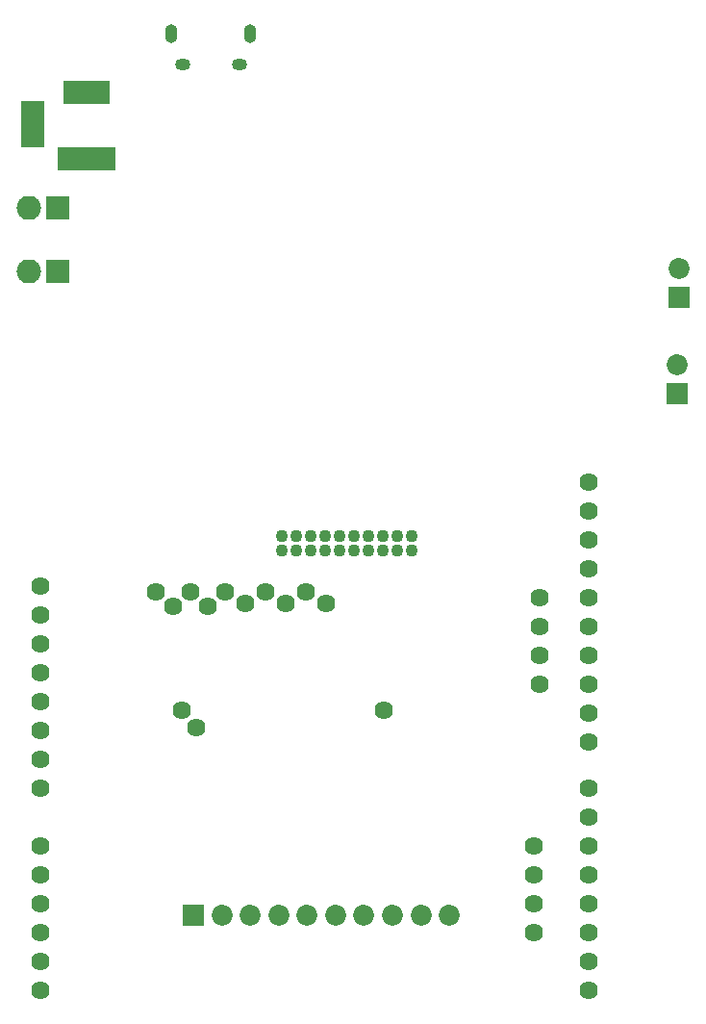
<source format=gbs>
G04 #@! TF.FileFunction,Soldermask,Bot*
%FSLAX46Y46*%
G04 Gerber Fmt 4.6, Leading zero omitted, Abs format (unit mm)*
G04 Created by KiCad (PCBNEW 4.0.6) date 10/18/17 16:54:05*
%MOMM*%
%LPD*%
G01*
G04 APERTURE LIST*
%ADD10C,0.100000*%
%ADD11R,1.850000X1.850000*%
%ADD12C,1.850000*%
%ADD13C,1.624000*%
%ADD14R,4.100000X2.100000*%
%ADD15R,5.100000X2.100000*%
%ADD16R,2.100000X4.100000*%
%ADD17O,1.350000X1.050000*%
%ADD18O,1.100000X1.650000*%
%ADD19C,1.100000*%
%ADD20R,2.132000X2.132000*%
%ADD21O,2.132000X2.132000*%
G04 APERTURE END LIST*
D10*
D11*
X81300000Y-138700000D03*
D12*
X83800000Y-138700000D03*
X86300000Y-138700000D03*
X88800000Y-138700000D03*
X91300000Y-138700000D03*
X93800000Y-138700000D03*
X96300000Y-138700000D03*
X98800000Y-138700000D03*
X101300000Y-138700000D03*
X103800000Y-138700000D03*
D13*
X67818000Y-109728000D03*
X67818000Y-114808000D03*
X67818000Y-117348000D03*
X67818000Y-119888000D03*
X67818000Y-122428000D03*
X67818000Y-124968000D03*
X67818000Y-127508000D03*
X67818000Y-132588000D03*
X67818000Y-135128000D03*
X67818000Y-137668000D03*
X67818000Y-140208000D03*
X67818000Y-142748000D03*
X67818000Y-145288000D03*
X116078000Y-145288000D03*
X116078000Y-142748000D03*
X116078000Y-140208000D03*
X116078000Y-137668000D03*
X116078000Y-135128000D03*
X116078000Y-132588000D03*
X116078000Y-130048000D03*
X116078000Y-127508000D03*
X116078000Y-123444000D03*
X116078000Y-120904000D03*
X116078000Y-118364000D03*
X116078000Y-115824000D03*
X116078000Y-113284000D03*
X116078000Y-110744000D03*
X116078000Y-108204000D03*
X116078000Y-105664000D03*
X116078000Y-103124000D03*
X116078000Y-100584000D03*
X67818000Y-112268000D03*
D14*
X71900000Y-66250000D03*
D15*
X71900000Y-72100000D03*
D16*
X67100000Y-69100000D03*
D17*
X85304900Y-63792540D03*
X80304900Y-63792540D03*
D18*
X86304900Y-61092540D03*
X79304900Y-61092540D03*
D11*
X123850000Y-92760000D03*
D12*
X123850000Y-90260000D03*
D11*
X124050000Y-84310000D03*
D12*
X124050000Y-81810000D03*
D19*
X89027000Y-105283000D03*
X89027000Y-106553000D03*
X90297000Y-105283000D03*
X90297000Y-106553000D03*
X91567000Y-105283000D03*
X91567000Y-106553000D03*
X92837000Y-105283000D03*
X92837000Y-106553000D03*
X94107000Y-105283000D03*
X94107000Y-106553000D03*
X95377000Y-105283000D03*
X95377000Y-106553000D03*
X96647000Y-105283000D03*
X96647000Y-106553000D03*
X97917000Y-105283000D03*
X97917000Y-106553000D03*
X99187000Y-105283000D03*
X99187000Y-106553000D03*
X100457000Y-105283000D03*
X100457000Y-106553000D03*
D13*
X98044000Y-120650000D03*
X111252000Y-140208000D03*
X111252000Y-137668000D03*
X111760000Y-118364000D03*
X111760000Y-115824000D03*
X111760000Y-113284000D03*
X111760000Y-110744000D03*
X111252000Y-135128000D03*
X111252000Y-132588000D03*
X87630000Y-110236000D03*
X85852000Y-111252000D03*
X84074000Y-110236000D03*
X82550000Y-111506000D03*
X81026000Y-110236000D03*
X79502000Y-111506000D03*
X92964000Y-111252000D03*
X91186000Y-110236000D03*
X89408000Y-111252000D03*
X80264000Y-120650000D03*
X81534000Y-122174000D03*
X77978000Y-110236000D03*
D20*
X69342000Y-82042000D03*
D21*
X66802000Y-82042000D03*
D20*
X69342000Y-76454000D03*
D21*
X66802000Y-76454000D03*
M02*

</source>
